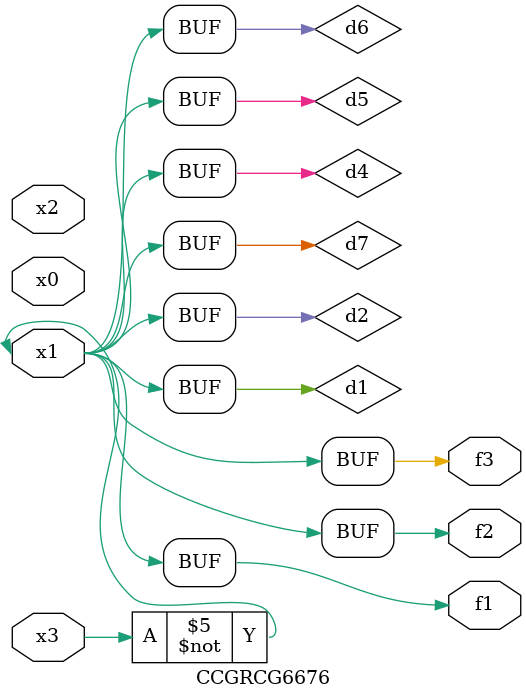
<source format=v>
module CCGRCG6676(
	input x0, x1, x2, x3,
	output f1, f2, f3
);

	wire d1, d2, d3, d4, d5, d6, d7;

	not (d1, x3);
	buf (d2, x1);
	xnor (d3, d1, d2);
	nor (d4, d1);
	buf (d5, d1, d2);
	buf (d6, d4, d5);
	nand (d7, d4);
	assign f1 = d6;
	assign f2 = d7;
	assign f3 = d6;
endmodule

</source>
